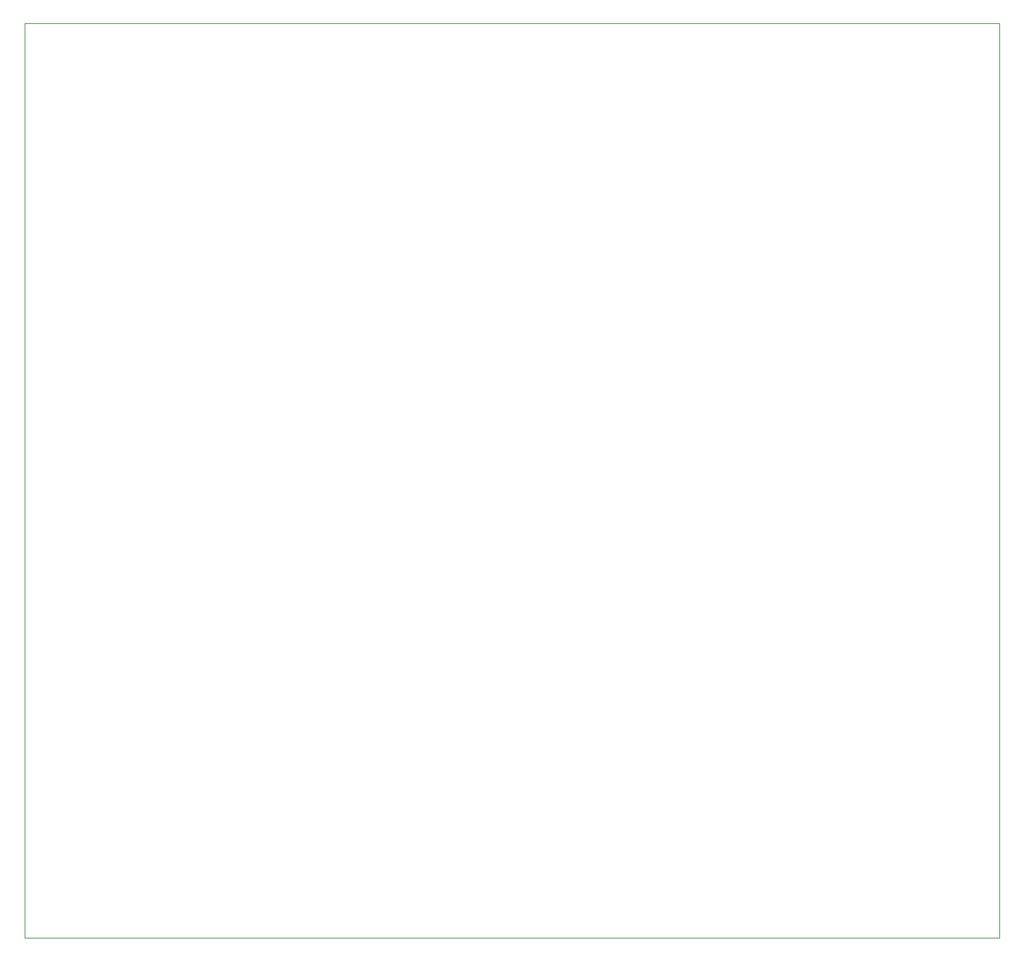
<source format=gbr>
%TF.GenerationSoftware,KiCad,Pcbnew,8.0.7*%
%TF.CreationDate,2025-01-02T18:19:59+00:00*%
%TF.ProjectId,pcb,7063622e-6b69-4636-9164-5f7063625858,2.0*%
%TF.SameCoordinates,Original*%
%TF.FileFunction,Profile,NP*%
%FSLAX46Y46*%
G04 Gerber Fmt 4.6, Leading zero omitted, Abs format (unit mm)*
G04 Created by KiCad (PCBNEW 8.0.7) date 2025-01-02 18:19:59*
%MOMM*%
%LPD*%
G01*
G04 APERTURE LIST*
%TA.AperFunction,Profile*%
%ADD10C,0.050000*%
%TD*%
G04 APERTURE END LIST*
D10*
X30000000Y-30000000D02*
X147200000Y-30000000D01*
X147200000Y-140000000D01*
X30000000Y-140000000D01*
X30000000Y-30000000D01*
M02*

</source>
